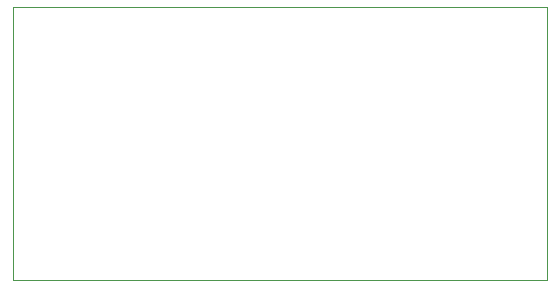
<source format=gbo>
G75*
%MOIN*%
%OFA0B0*%
%FSLAX25Y25*%
%IPPOS*%
%LPD*%
%AMOC8*
5,1,8,0,0,1.08239X$1,22.5*
%
%ADD10C,0.00000*%
D10*
X0001757Y0001179D02*
X0001757Y0092320D01*
X0179750Y0092320D01*
X0179750Y0001179D01*
X0001757Y0001179D01*
M02*

</source>
